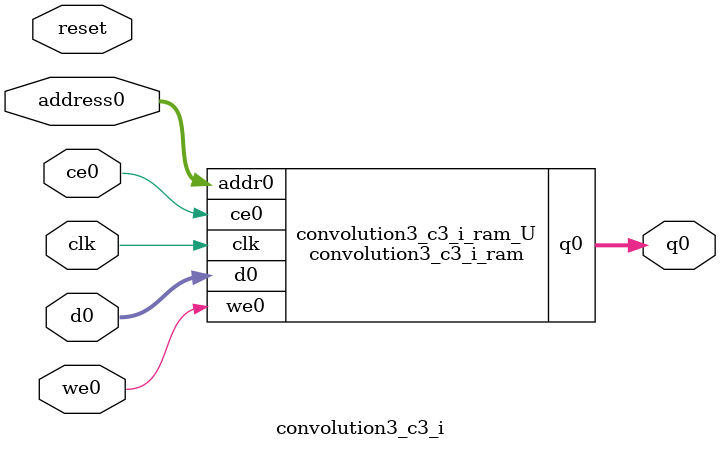
<source format=v>

`timescale 1 ns / 1 ps
module convolution3_c3_i_ram (addr0, ce0, d0, we0, q0,  clk);

parameter DWIDTH = 32;
parameter AWIDTH = 11;
parameter MEM_SIZE = 1176;

input[AWIDTH-1:0] addr0;
input ce0;
input[DWIDTH-1:0] d0;
input we0;
output reg[DWIDTH-1:0] q0;
input clk;

(* ram_style = "block" *)reg [DWIDTH-1:0] ram[0:MEM_SIZE-1];




always @(posedge clk)  
begin 
    if (ce0) 
    begin
        if (we0) 
        begin 
            ram[addr0] <= d0; 
            q0 <= d0;
        end 
        else 
            q0 <= ram[addr0];
    end
end


endmodule


`timescale 1 ns / 1 ps
module convolution3_c3_i(
    reset,
    clk,
    address0,
    ce0,
    we0,
    d0,
    q0);

parameter DataWidth = 32'd32;
parameter AddressRange = 32'd1176;
parameter AddressWidth = 32'd11;
input reset;
input clk;
input[AddressWidth - 1:0] address0;
input ce0;
input we0;
input[DataWidth - 1:0] d0;
output[DataWidth - 1:0] q0;



convolution3_c3_i_ram convolution3_c3_i_ram_U(
    .clk( clk ),
    .addr0( address0 ),
    .ce0( ce0 ),
    .d0( d0 ),
    .we0( we0 ),
    .q0( q0 ));

endmodule


</source>
